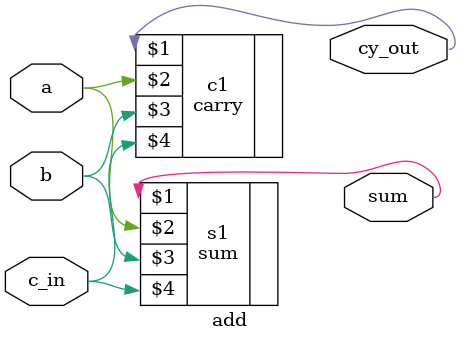
<source format=v>
`timescale 1ns / 1ps
module add(cy_out,sum,a,b,c_in);
input a,b,c_in;
output sum,cy_out;
sum s1(sum,a,b,c_in);
carry c1(cy_out,a,b,c_in);

endmodule

</source>
